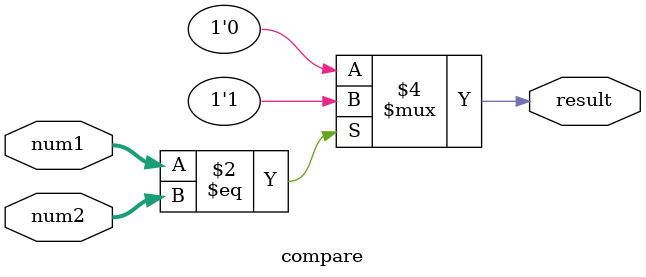
<source format=v>

module compare(num1, num2, result);
	input [3:0] num1, num2;
	output reg result;
	
	always @(num1, num2)
	begin 
		result = 0;
		if (num1 == num2) result = 1;
	end
	
endmodule
</source>
